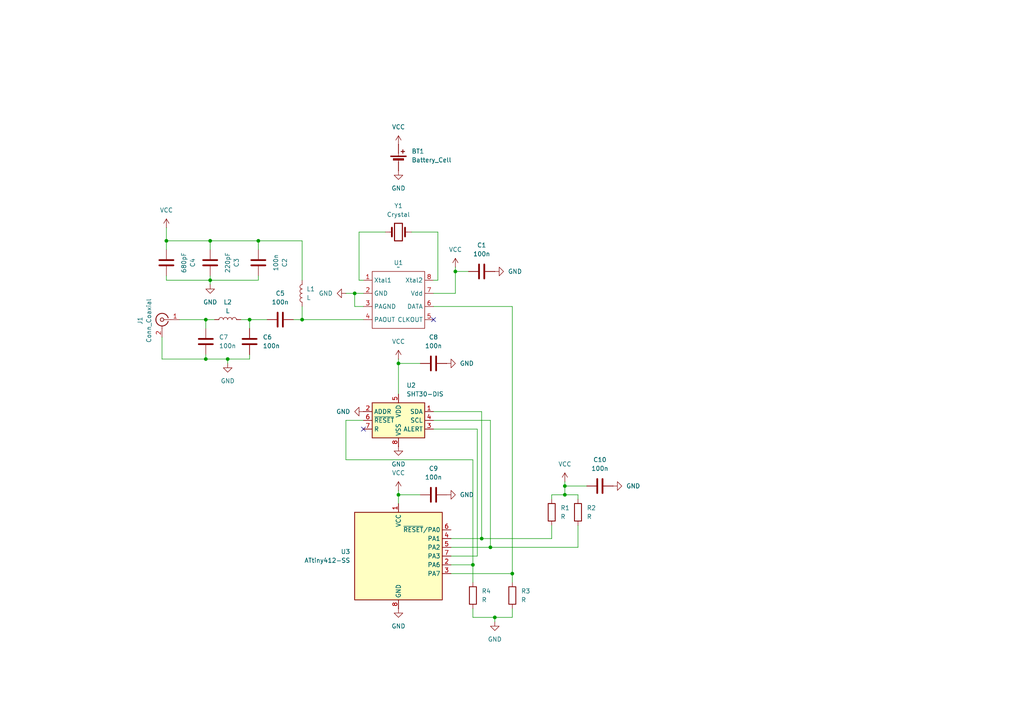
<source format=kicad_sch>
(kicad_sch (version 20250114) (generator "eeschema") (generator_version "9.0")
  (paper "A4")
  (lib_symbols
    (symbol "Connector:Conn_Coaxial" (pin_names (offset 1.016) (hide yes))
      (property "Reference" "J" (at 0.254 3.048 0))
      (property "Value" "Conn_Coaxial" (at 2.921 0 90))
      (symbol "Conn_Coaxial_0_1"
        (polyline (pts (xy -2.54 0) (xy -0.508 0)))
        (arc (start 1.778 0) (mid 0.222 -1.8079) (end -1.778 -0.508) (stroke (width 0.254)))
        (arc (start -1.778 0.508) (mid 0.2221 1.8084) (end 1.778 0) (stroke (width 0.254)))
        (circle (center 0 0) (radius 0.508) (stroke (width 0.2032)))
        (polyline (pts (xy 0 -2.54) (xy 0 -1.778)))
      )
      (symbol "Conn_Coaxial_1_1"
        (pin passive line (at -5.08 0 0) (length 2.54) (name "In") (number "1"))
        (pin passive line (at 0 -5.08 90) (length 2.54) (name "Ext") (number "2"))
      )
    )
    (symbol "Device:Battery_Cell" (pin_numbers (hide yes)) (pin_names (offset 0) (hide yes))
      (property "Reference" "BT" (at 2.54 2.54 0))
      (property "Value" "Battery_Cell" (at 2.54 0 0))
      (symbol "Battery_Cell_0_1"
        (rectangle (start -2.286 1.778) (end 2.286 1.524) (fill (type outline)))
        (rectangle (start -1.524 1.016) (end 1.524 0.508) (fill (type outline)))
        (polyline (pts (xy 0 1.778) (xy 0 2.54)))
        (polyline (pts (xy 0 0.762) (xy 0 0)))
        (polyline (pts (xy 0.762 3.048) (xy 1.778 3.048)) (stroke (width 0.254)))
        (polyline (pts (xy 1.27 3.556) (xy 1.27 2.54)) (stroke (width 0.254)))
      )
      (symbol "Battery_Cell_1_1"
        (pin passive line (at 0 5.08 270) (length 2.54) (name "+") (number "1"))
        (pin passive line (at 0 -2.54 90) (length 2.54) (name "-") (number "2"))
      )
    )
    (symbol "Device:C" (pin_numbers (hide yes)) (pin_names (offset 0.254))
      (property "Reference" "C" (at 0.635 2.54 0))
      (property "Value" "C" (at 0.635 -2.54 0))
      (symbol "C_0_1"
        (polyline (pts (xy -2.032 0.762) (xy 2.032 0.762)) (stroke (width 0.508)))
        (polyline (pts (xy -2.032 -0.762) (xy 2.032 -0.762)) (stroke (width 0.508)))
      )
      (symbol "C_1_1"
        (pin passive line (at 0 3.81 270) (length 2.794) (name "~") (number "1"))
        (pin passive line (at 0 -3.81 90) (length 2.794) (name "~") (number "2"))
      )
    )
    (symbol "Device:Crystal" (pin_numbers (hide yes)) (pin_names (offset 1.016) (hide yes))
      (property "Reference" "Y" (at 0 3.81 0))
      (property "Value" "Crystal" (at 0 -3.81 0))
      (symbol "Crystal_0_1"
        (polyline (pts (xy -2.54 0) (xy -1.905 0)))
        (polyline (pts (xy -1.905 -1.27) (xy -1.905 1.27)) (stroke (width 0.508)))
        (rectangle (start -1.143 2.54) (end 1.143 -2.54) (stroke (width 0.3048)))
        (polyline (pts (xy 1.905 -1.27) (xy 1.905 1.27)) (stroke (width 0.508)))
        (polyline (pts (xy 2.54 0) (xy 1.905 0)))
      )
      (symbol "Crystal_1_1"
        (pin passive line (at -3.81 0 0) (length 1.27) (name "1") (number "1"))
        (pin passive line (at 3.81 0 180) (length 1.27) (name "2") (number "2"))
      )
    )
    (symbol "Device:L" (pin_numbers (hide yes)) (pin_names (offset 1.016) (hide yes))
      (property "Reference" "L" (at -1.27 0 90))
      (property "Value" "L" (at 1.905 0 90))
      (symbol "L_0_1"
        (arc (start 0 2.54) (mid 0.6323 1.905) (end 0 1.27))
        (arc (start 0 1.27) (mid 0.6323 0.635) (end 0 0))
        (arc (start 0 0) (mid 0.6323 -0.635) (end 0 -1.27))
        (arc (start 0 -1.27) (mid 0.6323 -1.905) (end 0 -2.54))
      )
      (symbol "L_1_1"
        (pin passive line (at 0 3.81 270) (length 1.27) (name "1") (number "1"))
        (pin passive line (at 0 -3.81 90) (length 1.27) (name "2") (number "2"))
      )
    )
    (symbol "Device:R" (pin_numbers (hide yes)) (pin_names (offset 0))
      (property "Reference" "R" (at 2.032 0 90))
      (property "Value" "R" (at 0 0 90))
      (symbol "R_0_1"
        (rectangle (start -1.016 -2.54) (end 1.016 2.54) (stroke (width 0.254)))
      )
      (symbol "R_1_1"
        (pin passive line (at 0 3.81 270) (length 1.27) (name "~") (number "1"))
        (pin passive line (at 0 -3.81 90) (length 1.27) (name "~") (number "2"))
      )
    )
    (symbol "MCU_Microchip_ATtiny:ATtiny412-SS"
      (property "Reference" "U" (at -12.7 13.97 0))
      (property "Value" "ATtiny412-SS" (at 2.54 -13.97 0))
      (symbol "ATtiny412-SS_0_1"
        (rectangle (start -12.7 -12.7) (end 12.7 12.7) (stroke (width 0.254)) (fill (type background)))
      )
      (symbol "ATtiny412-SS_1_1"
        (pin power_in line (at 0 15.24 270) (length 2.54) (name "VCC") (number "1"))
        (pin power_in line (at 0 -15.24 90) (length 2.54) (name "GND") (number "8"))
        (pin bidirectional line (at 15.24 7.62 180) (length 2.54) (name "~{RESET}/PA0") (number "6"))
        (pin bidirectional line (at 15.24 5.08 180) (length 2.54) (name "PA1") (number "4"))
        (pin bidirectional line (at 15.24 2.54 180) (length 2.54) (name "PA2") (number "5"))
        (pin bidirectional line (at 15.24 0 180) (length 2.54) (name "PA3") (number "7"))
        (pin bidirectional line (at 15.24 -2.54 180) (length 2.54) (name "PA6") (number "2"))
        (pin bidirectional line (at 15.24 -5.08 180) (length 2.54) (name "PA7") (number "3"))
      )
    )
    (symbol "Sensor_Humidity:SHT30-DIS"
      (property "Reference" "U" (at -6.35 6.35 0))
      (property "Value" "SHT30-DIS" (at 6.35 6.35 0))
      (symbol "SHT30-DIS_0_1"
        (rectangle (start -7.62 5.08) (end 7.62 -5.08) (stroke (width 0.254)) (fill (type background)))
      )
      (symbol "SHT30-DIS_1_1"
        (pin input line (at -10.16 2.54 0) (length 2.54) (name "ADDR") (number "2"))
        (pin input line (at -10.16 0 0) (length 2.54) (name "~{RESET}") (number "6"))
        (pin passive line (at -10.16 -2.54 0) (length 2.54) (name "R") (number "7"))
        (pin power_in line (at 0 7.62 270) (length 2.54) (name "VDD") (number "5"))
        (pin power_in line (at 0 -7.62 90) (length 2.54) (name "VSS") (number "8"))
        (pin passive line (at 0 -7.62 90) (length 2.54) (hide yes) (name "VSS") (number "9"))
        (pin bidirectional line (at 10.16 2.54 180) (length 2.54) (name "SDA") (number "1"))
        (pin input line (at 10.16 0 180) (length 2.54) (name "SCL") (number "4"))
        (pin output line (at 10.16 -2.54 180) (length 2.54) (name "ALERT") (number "3"))
      )
    )
    (symbol "cm_rf_lib:MAX7044"
      (property "Reference" "U" (at -7.366 9.398 0))
      (symbol "MAX7044_0_1"
        (rectangle (start -7.62 7.62) (end 7.62 -8.89))
      )
      (symbol "MAX7044_1_1"
        (pin input line (at -10.16 5.08 0) (length 2.54) (name "Xtal1") (number "1"))
        (pin input line (at -10.16 1.27 0) (length 2.54) (name "GND") (number "2"))
        (pin input line (at -10.16 -2.54 0) (length 2.54) (name "PAGND") (number "3"))
        (pin output line (at -10.16 -6.35 0) (length 2.54) (name "PAOUT") (number "4"))
        (pin input line (at 10.16 5.08 180) (length 2.54) (name "Xtal2") (number "8"))
        (pin input line (at 10.16 1.27 180) (length 2.54) (name "Vdd") (number "7"))
        (pin output line (at 10.16 -2.54 180) (length 2.54) (name "DATA") (number "6"))
        (pin output line (at 10.16 -6.35 180) (length 2.54) (name "CLKOUT") (number "5"))
      )
    )
    (symbol "power:GND" (power) (pin_numbers (hide yes)) (pin_names (offset 0) (hide yes))
      (property "Value" "GND" (at 0 -3.81 0))
      (symbol "GND_0_1"
        (polyline (pts (xy 0 0) (xy 0 -1.27) (xy 1.27 -1.27) (xy 0 -2.54) (xy -1.27 -1.27) (xy 0 -1.27)))
      )
      (symbol "GND_1_1"
        (pin power_in line (at 0 0 270) (length 0) (name "~") (number "1"))
      )
    )
    (symbol "power:VCC" (power) (pin_numbers (hide yes)) (pin_names (offset 0) (hide yes))
      (property "Value" "VCC" (at 0 3.556 0))
      (symbol "VCC_0_1"
        (polyline (pts (xy -0.762 1.27) (xy 0 2.54)))
        (polyline (pts (xy 0 2.54) (xy 0.762 1.27)))
        (polyline (pts (xy 0 0) (xy 0 2.54)))
      )
      (symbol "VCC_1_1"
        (pin power_in line (at 0 0 90) (length 0) (name "~") (number "1"))
      )
    )
  )
  (junction (at 48.26 69.85))
  (junction (at 143.51 179.07))
  (junction (at 72.39 92.71))
  (junction (at 137.16 163.83))
  (junction (at 102.87 85.09))
  (junction (at 142.24 158.75))
  (junction (at 87.63 92.71))
  (junction (at 163.83 140.97))
  (junction (at 139.7 156.21))
  (junction (at 148.59 166.37))
  (junction (at 74.93 69.85))
  (junction (at 66.04 104.14))
  (junction (at 132.08 78.74))
  (junction (at 115.57 143.51))
  (junction (at 115.57 105.41))
  (junction (at 163.83 143.51))
  (junction (at 59.69 104.14))
  (junction (at 59.69 92.71))
  (junction (at 60.96 81.28))
  (junction (at 60.96 69.85))
  (no_connect (at 105.41 124.46))
  (no_connect (at 125.73 92.71))
  (wire (pts (xy 115.57 143.51) (xy 121.92 143.51)))
  (wire (pts (xy 130.81 166.37) (xy 148.59 166.37)))
  (wire (pts (xy 137.16 163.83) (xy 137.16 168.91)))
  (wire (pts (xy 138.43 124.46) (xy 125.73 124.46)))
  (wire (pts (xy 62.23 92.71) (xy 59.69 92.71)))
  (wire (pts (xy 72.39 104.14) (xy 66.04 104.14)))
  (wire (pts (xy 167.64 144.78) (xy 167.64 143.51)))
  (wire (pts (xy 139.7 156.21) (xy 160.02 156.21)))
  (wire (pts (xy 74.93 69.85) (xy 74.93 72.39)))
  (wire (pts (xy 105.41 121.92) (xy 100.33 121.92)))
  (wire (pts (xy 142.24 121.92) (xy 142.24 158.75)))
  (wire (pts (xy 125.73 81.28) (xy 127 81.28)))
  (wire (pts (xy 160.02 143.51) (xy 163.83 143.51)))
  (wire (pts (xy 137.16 176.53) (xy 137.16 179.07)))
  (wire (pts (xy 115.57 104.14) (xy 115.57 105.41)))
  (wire (pts (xy 163.83 140.97) (xy 163.83 143.51)))
  (wire (pts (xy 137.16 133.35) (xy 137.16 163.83)))
  (wire (pts (xy 48.26 80.01) (xy 48.26 81.28)))
  (wire (pts (xy 87.63 81.28) (xy 87.63 69.85)))
  (wire (pts (xy 48.26 66.04) (xy 48.26 69.85)))
  (wire (pts (xy 69.85 92.71) (xy 72.39 92.71)))
  (wire (pts (xy 137.16 179.07) (xy 143.51 179.07)))
  (wire (pts (xy 125.73 119.38) (xy 139.7 119.38)))
  (wire (pts (xy 115.57 105.41) (xy 121.92 105.41)))
  (wire (pts (xy 115.57 142.24) (xy 115.57 143.51)))
  (wire (pts (xy 139.7 119.38) (xy 139.7 156.21)))
  (wire (pts (xy 72.39 102.87) (xy 72.39 104.14)))
  (wire (pts (xy 139.7 156.21) (xy 130.81 156.21)))
  (wire (pts (xy 105.41 88.9) (xy 102.87 88.9)))
  (wire (pts (xy 137.16 163.83) (xy 130.81 163.83)))
  (wire (pts (xy 148.59 166.37) (xy 148.59 88.9)))
  (wire (pts (xy 85.09 92.71) (xy 87.63 92.71)))
  (wire (pts (xy 142.24 158.75) (xy 130.81 158.75)))
  (wire (pts (xy 66.04 104.14) (xy 66.04 105.41)))
  (wire (pts (xy 111.76 67.31) (xy 104.14 67.31)))
  (wire (pts (xy 132.08 78.74) (xy 135.89 78.74)))
  (wire (pts (xy 59.69 92.71) (xy 59.69 95.25)))
  (wire (pts (xy 60.96 72.39) (xy 60.96 69.85)))
  (wire (pts (xy 163.83 140.97) (xy 170.18 140.97)))
  (wire (pts (xy 100.33 121.92) (xy 100.33 133.35)))
  (wire (pts (xy 148.59 176.53) (xy 148.59 179.07)))
  (wire (pts (xy 46.99 97.79) (xy 46.99 104.14)))
  (wire (pts (xy 143.51 179.07) (xy 148.59 179.07)))
  (wire (pts (xy 60.96 81.28) (xy 74.93 81.28)))
  (wire (pts (xy 105.41 92.71) (xy 87.63 92.71)))
  (wire (pts (xy 125.73 121.92) (xy 142.24 121.92)))
  (wire (pts (xy 72.39 95.25) (xy 72.39 92.71)))
  (wire (pts (xy 143.51 180.34) (xy 143.51 179.07)))
  (wire (pts (xy 160.02 144.78) (xy 160.02 143.51)))
  (wire (pts (xy 138.43 161.29) (xy 138.43 124.46)))
  (wire (pts (xy 74.93 81.28) (xy 74.93 80.01)))
  (wire (pts (xy 100.33 85.09) (xy 102.87 85.09)))
  (wire (pts (xy 87.63 69.85) (xy 74.93 69.85)))
  (wire (pts (xy 130.81 161.29) (xy 138.43 161.29)))
  (wire (pts (xy 100.33 133.35) (xy 137.16 133.35)))
  (wire (pts (xy 48.26 69.85) (xy 60.96 69.85)))
  (wire (pts (xy 48.26 72.39) (xy 48.26 69.85)))
  (wire (pts (xy 167.64 152.4) (xy 167.64 158.75)))
  (wire (pts (xy 115.57 105.41) (xy 115.57 114.3)))
  (wire (pts (xy 87.63 92.71) (xy 87.63 88.9)))
  (wire (pts (xy 132.08 77.47) (xy 132.08 78.74)))
  (wire (pts (xy 102.87 88.9) (xy 102.87 85.09)))
  (wire (pts (xy 127 81.28) (xy 127 67.31)))
  (wire (pts (xy 104.14 81.28) (xy 105.41 81.28)))
  (wire (pts (xy 104.14 67.31) (xy 104.14 81.28)))
  (wire (pts (xy 127 67.31) (xy 119.38 67.31)))
  (wire (pts (xy 163.83 139.7) (xy 163.83 140.97)))
  (wire (pts (xy 148.59 166.37) (xy 148.59 168.91)))
  (wire (pts (xy 48.26 81.28) (xy 60.96 81.28)))
  (wire (pts (xy 72.39 92.71) (xy 77.47 92.71)))
  (wire (pts (xy 60.96 80.01) (xy 60.96 81.28)))
  (wire (pts (xy 60.96 82.55) (xy 60.96 81.28)))
  (wire (pts (xy 163.83 143.51) (xy 167.64 143.51)))
  (wire (pts (xy 59.69 104.14) (xy 66.04 104.14)))
  (wire (pts (xy 60.96 69.85) (xy 74.93 69.85)))
  (wire (pts (xy 167.64 158.75) (xy 142.24 158.75)))
  (wire (pts (xy 160.02 152.4) (xy 160.02 156.21)))
  (wire (pts (xy 46.99 104.14) (xy 59.69 104.14)))
  (wire (pts (xy 132.08 85.09) (xy 125.73 85.09)))
  (wire (pts (xy 59.69 102.87) (xy 59.69 104.14)))
  (wire (pts (xy 52.07 92.71) (xy 59.69 92.71)))
  (wire (pts (xy 115.57 143.51) (xy 115.57 146.05)))
  (wire (pts (xy 102.87 85.09) (xy 105.41 85.09)))
  (wire (pts (xy 132.08 78.74) (xy 132.08 85.09)))
  (wire (pts (xy 148.59 88.9) (xy 125.73 88.9)))
  (symbol (lib_id "Device:C") (at 173.99 140.97 270) (unit 1)
    (property "Reference" "C10" (at 173.99 133.35 90))
    (property "Value" "100n" (at 173.99 135.89 90))
    (property "Footprint" "Capacitor_SMD:C_0603_1608Metric_Pad1.08x0.95mm_HandSolder" (effects (hide yes)))
    (property "Description" "Unpolarized capacitor" (effects (hide yes)))
  )
  (symbol (lib_id "Device:R") (at 160.02 148.59 0) (unit 1)
    (property "Reference" "R1" (at 162.56 147.32 0) (effects (justify left)))
    (property "Value" "R" (at 162.56 149.86 0) (effects (justify left)))
    (property "Footprint" "Resistor_SMD:R_0201_0603Metric_Pad0.64x0.40mm_HandSolder" (effects (hide yes)))
    (property "Description" "Resistor" (effects (hide yes)))
  )
  (symbol (lib_id "power:VCC") (at 163.83 139.7 0) (unit 1)
    (property "Reference" "#PWR015" (effects (hide yes)))
    (property "Value" "VCC" (at 163.83 134.62 0))
    (property "Description" "Power symbol creates a global label with name \"VCC\"" (effects (hide yes)))
  )
  (symbol (lib_id "power:GND") (at 143.51 78.74 90) (unit 1)
    (property "Reference" "#PWR04" (effects (hide yes)))
    (property "Value" "GND" (at 147.32 78.74 90) (effects (justify right)))
    (property "Description" "Power symbol creates a global label with name \"GND\" , ground" (effects (hide yes)))
  )
  (symbol (lib_id "power:GND") (at 129.54 143.51 90) (unit 1)
    (property "Reference" "#PWR013" (effects (hide yes)))
    (property "Value" "GND" (at 133.35 143.51 90) (effects (justify right)))
    (property "Description" "Power symbol creates a global label with name \"GND\" , ground" (effects (hide yes)))
  )
  (symbol (lib_id "power:GND") (at 115.57 49.53 0) (unit 1)
    (property "Reference" "#PWR01" (effects (hide yes)))
    (property "Value" "GND" (at 115.57 54.61 0))
    (property "Description" "Power symbol creates a global label with name \"GND\" , ground" (effects (hide yes)))
  )
  (symbol (lib_id "Connector:Conn_Coaxial") (at 46.99 92.71 0) (mirror y) (unit 1)
    (property "Reference" "J1" (at 40.64 93.0032 90))
    (property "Value" "Conn_Coaxial" (at 43.18 93.0032 90))
    (property "Footprint" "Connector_Coaxial:SMA_Molex_73251-1153_EdgeMount_Horizontal" (effects (hide yes)))
    (property "Description" "coaxial connector (BNC, SMA, SMB, SMC, Cinch/RCA, LEMO, ...)" (effects (hide yes)))
  )
  (symbol (lib_id "Device:C") (at 125.73 143.51 270) (unit 1)
    (property "Reference" "C9" (at 125.73 135.89 90))
    (property "Value" "100n" (at 125.73 138.43 90))
    (property "Footprint" "Capacitor_SMD:C_0603_1608Metric_Pad1.08x0.95mm_HandSolder" (effects (hide yes)))
    (property "Description" "Unpolarized capacitor" (effects (hide yes)))
  )
  (symbol (lib_id "Device:R") (at 137.16 172.72 0) (unit 1)
    (property "Reference" "R4" (at 139.7 171.45 0) (effects (justify left)))
    (property "Value" "R" (at 139.7 173.99 0) (effects (justify left)))
    (property "Footprint" "Resistor_SMD:R_0201_0603Metric_Pad0.64x0.40mm_HandSolder" (effects (hide yes)))
    (property "Description" "Resistor" (effects (hide yes)))
  )
  (symbol (lib_id "power:GND") (at 100.33 85.09 270) (unit 1)
    (property "Reference" "#PWR05" (effects (hide yes)))
    (property "Value" "GND" (at 96.52 85.09 90) (effects (justify right)))
    (property "Description" "Power symbol creates a global label with name \"GND\" , ground" (effects (hide yes)))
  )
  (symbol (lib_id "Device:C") (at 81.28 92.71 90) (unit 1)
    (property "Reference" "C5" (at 81.28 85.09 90))
    (property "Value" "100n" (at 81.28 87.63 90))
    (property "Footprint" "Capacitor_SMD:C_0603_1608Metric_Pad1.08x0.95mm_HandSolder" (effects (hide yes)))
    (property "Description" "Unpolarized capacitor" (effects (hide yes)))
  )
  (symbol (lib_id "Device:L") (at 87.63 85.09 180) (unit 1)
    (property "Reference" "L1" (at 88.9 83.82 0) (effects (justify right)))
    (property "Value" "L" (at 88.9 86.36 0) (effects (justify right)))
    (property "Footprint" "Inductor_SMD:L_0603_1608Metric_Pad1.05x0.95mm_HandSolder" (effects (hide yes)))
    (property "Description" "Inductor" (effects (hide yes)))
  )
  (symbol (lib_id "Device:Battery_Cell") (at 115.57 46.99 0) (unit 1)
    (property "Reference" "BT1" (at 119.38 43.8785 0) (effects (justify left)))
    (property "Value" "Battery_Cell" (at 119.38 46.4185 0) (effects (justify left)))
    (property "Footprint" "Battery:BatteryHolder_Keystone_103_1x20mm" (effects (hide yes)))
    (property "Description" "Single-cell battery" (effects (hide yes)))
  )
  (symbol (lib_id "power:VCC") (at 48.26 66.04 0) (unit 1)
    (property "Reference" "#PWR08" (effects (hide yes)))
    (property "Value" "VCC" (at 48.26 60.96 0))
    (property "Description" "Power symbol creates a global label with name \"VCC\"" (effects (hide yes)))
  )
  (symbol (lib_id "Device:C") (at 48.26 76.2 180) (unit 1)
    (property "Reference" "C4" (at 55.88 76.2 90))
    (property "Value" "680pF" (at 53.34 76.2 90))
    (property "Footprint" "Capacitor_SMD:C_0603_1608Metric_Pad1.08x0.95mm_HandSolder" (effects (hide yes)))
    (property "Description" "Unpolarized capacitor" (effects (hide yes)))
  )
  (symbol (lib_id "Device:R") (at 148.59 172.72 0) (unit 1)
    (property "Reference" "R3" (at 151.13 171.45 0) (effects (justify left)))
    (property "Value" "R" (at 151.13 173.99 0) (effects (justify left)))
    (property "Footprint" "Resistor_SMD:R_0201_0603Metric_Pad0.64x0.40mm_HandSolder" (effects (hide yes)))
    (property "Description" "Resistor" (effects (hide yes)))
  )
  (symbol (lib_id "Sensor_Humidity:SHT30-DIS") (at 115.57 121.92 0) (unit 1)
    (property "Reference" "U2" (at 117.8835 111.76 0) (effects (justify left)))
    (property "Value" "SHT30-DIS" (at 117.8835 114.3 0) (effects (justify left)))
    (property "Footprint" "Sensor_Humidity:Sensirion_DFN-8-1EP_2.5x2.5mm_P0.5mm_EP1.1x1.7mm" (effects (hide yes)))
    (property "Datasheet" "https://www.sensirion.com/fileadmin/user_upload/customers/sensirion/Dokumente/2_Humidity_Sensors/Datasheets/Sensirion_Humidity_Sensors_SHT3x_Datasheet_digital.pdf" (effects (hide yes)))
    (property "Description" "I²C humidity and temperature sensor, ±2%RH, ±0.2°C, DFN-8" (effects (hide yes)))
  )
  (symbol (lib_id "Device:C") (at 74.93 76.2 180) (unit 1)
    (property "Reference" "C2" (at 82.55 76.2 90))
    (property "Value" "100n" (at 80.01 76.2 90))
    (property "Footprint" "Capacitor_SMD:C_0603_1608Metric_Pad1.08x0.95mm_HandSolder" (effects (hide yes)))
    (property "Description" "Unpolarized capacitor" (effects (hide yes)))
  )
  (symbol (lib_id "power:GND") (at 177.8 140.97 90) (unit 1)
    (property "Reference" "#PWR016" (effects (hide yes)))
    (property "Value" "GND" (at 181.61 140.97 90) (effects (justify right)))
    (property "Description" "Power symbol creates a global label with name \"GND\" , ground" (effects (hide yes)))
  )
  (symbol (lib_id "Device:C") (at 72.39 99.06 0) (unit 1)
    (property "Reference" "C6" (at 76.2 97.79 0) (effects (justify left)))
    (property "Value" "100n" (at 76.2 100.33 0) (effects (justify left)))
    (property "Footprint" "Capacitor_SMD:C_0603_1608Metric_Pad1.08x0.95mm_HandSolder" (effects (hide yes)))
    (property "Description" "Unpolarized capacitor" (effects (hide yes)))
  )
  (symbol (lib_id "power:VCC") (at 115.57 41.91 0) (unit 1)
    (property "Reference" "#PWR02" (effects (hide yes)))
    (property "Value" "VCC" (at 115.57 36.83 0))
    (property "Description" "Power symbol creates a global label with name \"VCC\"" (effects (hide yes)))
  )
  (symbol (lib_id "Device:C") (at 60.96 76.2 180) (unit 1)
    (property "Reference" "C3" (at 68.58 76.2 90))
    (property "Value" "220pF" (at 66.04 76.2 90))
    (property "Footprint" "Capacitor_SMD:C_0603_1608Metric_Pad1.08x0.95mm_HandSolder" (effects (hide yes)))
    (property "Description" "Unpolarized capacitor" (effects (hide yes)))
  )
  (symbol (lib_id "power:GND") (at 66.04 105.41 0) (unit 1)
    (property "Reference" "#PWR07" (effects (hide yes)))
    (property "Value" "GND" (at 66.04 110.49 0))
    (property "Description" "Power symbol creates a global label with name \"GND\" , ground" (effects (hide yes)))
  )
  (symbol (lib_id "power:VCC") (at 132.08 77.47 0) (unit 1)
    (property "Reference" "#PWR03" (effects (hide yes)))
    (property "Value" "VCC" (at 132.08 72.39 0))
    (property "Description" "Power symbol creates a global label with name \"VCC\"" (effects (hide yes)))
  )
  (symbol (lib_id "Device:C") (at 125.73 105.41 270) (unit 1)
    (property "Reference" "C8" (at 125.73 97.79 90))
    (property "Value" "100n" (at 125.73 100.33 90))
    (property "Footprint" "Capacitor_SMD:C_0603_1608Metric_Pad1.08x0.95mm_HandSolder" (effects (hide yes)))
    (property "Description" "Unpolarized capacitor" (effects (hide yes)))
  )
  (symbol (lib_id "Device:R") (at 167.64 148.59 0) (unit 1)
    (property "Reference" "R2" (at 170.18 147.32 0) (effects (justify left)))
    (property "Value" "R" (at 170.18 149.86 0) (effects (justify left)))
    (property "Footprint" "Resistor_SMD:R_0201_0603Metric_Pad0.64x0.40mm_HandSolder" (effects (hide yes)))
    (property "Description" "Resistor" (effects (hide yes)))
  )
  (symbol (lib_id "power:VCC") (at 115.57 104.14 0) (unit 1)
    (property "Reference" "#PWR09" (effects (hide yes)))
    (property "Value" "VCC" (at 115.57 99.06 0))
    (property "Description" "Power symbol creates a global label with name \"VCC\"" (effects (hide yes)))
  )
  (symbol (lib_id "Device:L") (at 66.04 92.71 90) (unit 1)
    (property "Reference" "L2" (at 66.04 87.63 90))
    (property "Value" "L" (at 66.04 90.17 90))
    (property "Footprint" "Inductor_SMD:L_0603_1608Metric_Pad1.05x0.95mm_HandSolder" (effects (hide yes)))
    (property "Description" "Inductor" (effects (hide yes)))
  )
  (symbol (lib_id "cm_rf_lib:MAX7044") (at 115.57 86.36 0) (unit 1)
    (property "Reference" "U1" (at 115.57 76.2 0))
    (property "Value" "~" (at 115.57 77.47 0))
    (property "Footprint" "Package_TO_SOT_SMD:SOT-23-8" (effects (hide yes)))
  )
  (symbol (lib_id "Device:C") (at 59.69 99.06 0) (unit 1)
    (property "Reference" "C7" (at 63.5 97.79 0) (effects (justify left)))
    (property "Value" "100n" (at 63.5 100.33 0) (effects (justify left)))
    (property "Footprint" "Capacitor_SMD:C_0603_1608Metric_Pad1.08x0.95mm_HandSolder" (effects (hide yes)))
    (property "Description" "Unpolarized capacitor" (effects (hide yes)))
  )
  (symbol (lib_id "power:GND") (at 60.96 82.55 0) (unit 1)
    (property "Reference" "#PWR06" (effects (hide yes)))
    (property "Value" "GND" (at 60.96 87.63 0))
    (property "Description" "Power symbol creates a global label with name \"GND\" , ground" (effects (hide yes)))
  )
  (symbol (lib_id "power:GND") (at 143.51 180.34 0) (unit 1)
    (property "Reference" "#PWR018" (effects (hide yes)))
    (property "Value" "GND" (at 143.51 185.42 0))
    (property "Description" "Power symbol creates a global label with name \"GND\" , ground" (effects (hide yes)))
  )
  (symbol (lib_id "power:GND") (at 105.41 119.38 270) (unit 1)
    (property "Reference" "#PWR017" (effects (hide yes)))
    (property "Value" "GND" (at 101.6 119.38 90) (effects (justify right)))
    (property "Description" "Power symbol creates a global label with name \"GND\" , ground" (effects (hide yes)))
  )
  (symbol (lib_id "power:GND") (at 129.54 105.41 90) (unit 1)
    (property "Reference" "#PWR010" (effects (hide yes)))
    (property "Value" "GND" (at 133.35 105.41 90) (effects (justify right)))
    (property "Description" "Power symbol creates a global label with name \"GND\" , ground" (effects (hide yes)))
  )
  (symbol (lib_id "Device:Crystal") (at 115.57 67.31 0) (unit 1)
    (property "Reference" "Y1" (at 115.57 59.69 0))
    (property "Value" "Crystal" (at 115.57 62.23 0))
    (property "Footprint" "Crystal:Crystal_SMD_HC49-SD_HandSoldering" (effects (hide yes)))
    (property "Description" "Two pin crystal" (effects (hide yes)))
  )
  (symbol (lib_id "Device:C") (at 139.7 78.74 270) (unit 1)
    (property "Reference" "C1" (at 139.7 71.12 90))
    (property "Value" "100n" (at 139.7 73.66 90))
    (property "Footprint" "Capacitor_SMD:C_0603_1608Metric_Pad1.08x0.95mm_HandSolder" (effects (hide yes)))
    (property "Description" "Unpolarized capacitor" (effects (hide yes)))
  )
  (symbol (lib_id "power:GND") (at 115.57 129.54 0) (unit 1)
    (property "Reference" "#PWR011" (effects (hide yes)))
    (property "Value" "GND" (at 115.57 134.62 0))
    (property "Description" "Power symbol creates a global label with name \"GND\" , ground" (effects (hide yes)))
  )
  (symbol (lib_id "power:GND") (at 115.57 176.53 0) (unit 1)
    (property "Reference" "#PWR014" (effects (hide yes)))
    (property "Value" "GND" (at 115.57 181.61 0))
    (property "Description" "Power symbol creates a global label with name \"GND\" , ground" (effects (hide yes)))
  )
  (symbol (lib_id "MCU_Microchip_ATtiny:ATtiny412-SS") (at 115.57 161.29 0) (unit 1)
    (property "Reference" "U3" (at 101.6 160.02 0) (effects (justify right)))
    (property "Value" "ATtiny412-SS" (at 101.6 162.56 0) (effects (justify right)))
    (property "Footprint" "Package_SO:SOIC-8_3.9x4.9mm_P1.27mm" (effects (hide yes)))
    (property "Datasheet" "http://ww1.microchip.com/downloads/en/DeviceDoc/40001911A.pdf" (effects (hide yes)))
    (property "Description" "20MHz, 4kB Flash, 256B SRAM, 128B EEPROM, SOIC-8" (effects (hide yes)))
  )
  (symbol (lib_id "power:VCC") (at 115.57 142.24 0) (unit 1)
    (property "Reference" "#PWR012" (effects (hide yes)))
    (property "Value" "VCC" (at 115.57 137.16 0))
    (property "Description" "Power symbol creates a global label with name \"VCC\"" (effects (hide yes)))
  )
)
</source>
